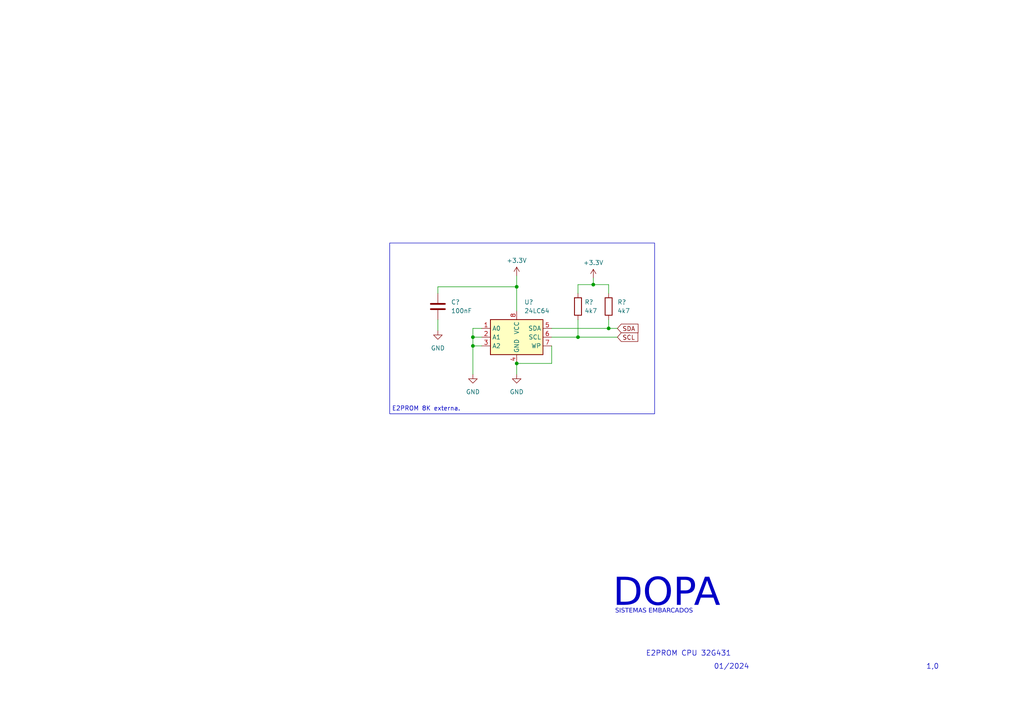
<source format=kicad_sch>
(kicad_sch (version 20230121) (generator eeschema)

  (uuid d943081e-c457-4ec0-aa9a-e986d2a39b29)

  (paper "A4")

  (lib_symbols
    (symbol "Memory_EEPROM:24LC64" (in_bom yes) (on_board yes)
      (property "Reference" "U" (at -6.35 6.35 0)
        (effects (font (size 1.27 1.27)))
      )
      (property "Value" "24LC64" (at 1.27 6.35 0)
        (effects (font (size 1.27 1.27)) (justify left))
      )
      (property "Footprint" "" (at 0 0 0)
        (effects (font (size 1.27 1.27)) hide)
      )
      (property "Datasheet" "http://ww1.microchip.com/downloads/en/DeviceDoc/21189f.pdf" (at 0 0 0)
        (effects (font (size 1.27 1.27)) hide)
      )
      (property "ki_keywords" "I2C Serial EEPROM" (at 0 0 0)
        (effects (font (size 1.27 1.27)) hide)
      )
      (property "ki_description" "I2C Serial EEPROM, 64Kb, DIP-8/SOIC-8/TSSOP-8/DFN-8" (at 0 0 0)
        (effects (font (size 1.27 1.27)) hide)
      )
      (property "ki_fp_filters" "DIP*W7.62mm* SOIC*3.9x4.9mm* TSSOP*4.4x3mm*P0.65mm* DFN*3x2mm*P0.5mm*" (at 0 0 0)
        (effects (font (size 1.27 1.27)) hide)
      )
      (symbol "24LC64_1_1"
        (rectangle (start -7.62 5.08) (end 7.62 -5.08)
          (stroke (width 0.254) (type default))
          (fill (type background))
        )
        (pin input line (at -10.16 2.54 0) (length 2.54)
          (name "A0" (effects (font (size 1.27 1.27))))
          (number "1" (effects (font (size 1.27 1.27))))
        )
        (pin input line (at -10.16 0 0) (length 2.54)
          (name "A1" (effects (font (size 1.27 1.27))))
          (number "2" (effects (font (size 1.27 1.27))))
        )
        (pin input line (at -10.16 -2.54 0) (length 2.54)
          (name "A2" (effects (font (size 1.27 1.27))))
          (number "3" (effects (font (size 1.27 1.27))))
        )
        (pin power_in line (at 0 -7.62 90) (length 2.54)
          (name "GND" (effects (font (size 1.27 1.27))))
          (number "4" (effects (font (size 1.27 1.27))))
        )
        (pin bidirectional line (at 10.16 2.54 180) (length 2.54)
          (name "SDA" (effects (font (size 1.27 1.27))))
          (number "5" (effects (font (size 1.27 1.27))))
        )
        (pin input line (at 10.16 0 180) (length 2.54)
          (name "SCL" (effects (font (size 1.27 1.27))))
          (number "6" (effects (font (size 1.27 1.27))))
        )
        (pin input line (at 10.16 -2.54 180) (length 2.54)
          (name "WP" (effects (font (size 1.27 1.27))))
          (number "7" (effects (font (size 1.27 1.27))))
        )
        (pin power_in line (at 0 7.62 270) (length 2.54)
          (name "VCC" (effects (font (size 1.27 1.27))))
          (number "8" (effects (font (size 1.27 1.27))))
        )
      )
    )
    (symbol "PCM_Capacitor_AKL:C_0805" (pin_numbers hide) (pin_names (offset 0.254)) (in_bom yes) (on_board yes)
      (property "Reference" "C" (at 0.635 2.54 0)
        (effects (font (size 1.27 1.27)) (justify left))
      )
      (property "Value" "C_0805" (at 0.635 -2.54 0)
        (effects (font (size 1.27 1.27)) (justify left))
      )
      (property "Footprint" "Capacitor_SMD_AKL:C_0805_2012Metric" (at 0.9652 -3.81 0)
        (effects (font (size 1.27 1.27)) hide)
      )
      (property "Datasheet" "~" (at 0 0 0)
        (effects (font (size 1.27 1.27)) hide)
      )
      (property "ki_keywords" "cap capacitor ceramic chip mlcc smd 0805" (at 0 0 0)
        (effects (font (size 1.27 1.27)) hide)
      )
      (property "ki_description" "SMD 0805 MLCC capacitor, Alternate KiCad Library" (at 0 0 0)
        (effects (font (size 1.27 1.27)) hide)
      )
      (property "ki_fp_filters" "C_*" (at 0 0 0)
        (effects (font (size 1.27 1.27)) hide)
      )
      (symbol "C_0805_0_1"
        (polyline
          (pts
            (xy -2.032 -0.762)
            (xy 2.032 -0.762)
          )
          (stroke (width 0.508) (type default))
          (fill (type none))
        )
        (polyline
          (pts
            (xy -2.032 0.762)
            (xy 2.032 0.762)
          )
          (stroke (width 0.508) (type default))
          (fill (type none))
        )
      )
      (symbol "C_0805_1_1"
        (pin passive line (at 0 3.81 270) (length 2.794)
          (name "~" (effects (font (size 1.27 1.27))))
          (number "1" (effects (font (size 1.27 1.27))))
        )
        (pin passive line (at 0 -3.81 90) (length 2.794)
          (name "~" (effects (font (size 1.27 1.27))))
          (number "2" (effects (font (size 1.27 1.27))))
        )
      )
    )
    (symbol "PCM_Resistor_AKL:R_0805" (pin_numbers hide) (pin_names (offset 0)) (in_bom yes) (on_board yes)
      (property "Reference" "R" (at 2.54 1.27 0)
        (effects (font (size 1.27 1.27)) (justify left))
      )
      (property "Value" "R_0805" (at 2.54 -1.27 0)
        (effects (font (size 1.27 1.27)) (justify left))
      )
      (property "Footprint" "Resistor_SMD_AKL:R_0805_2012Metric" (at 0 -11.43 0)
        (effects (font (size 1.27 1.27)) hide)
      )
      (property "Datasheet" "~" (at 0 0 0)
        (effects (font (size 1.27 1.27)) hide)
      )
      (property "ki_keywords" "R res resistor eu  smd 0805" (at 0 0 0)
        (effects (font (size 1.27 1.27)) hide)
      )
      (property "ki_description" "SMD 0805 Chip Resistor, European Symbol, Alternate KiCad Library" (at 0 0 0)
        (effects (font (size 1.27 1.27)) hide)
      )
      (property "ki_fp_filters" "R_*" (at 0 0 0)
        (effects (font (size 1.27 1.27)) hide)
      )
      (symbol "R_0805_0_1"
        (rectangle (start -1.016 -2.54) (end 1.016 2.54)
          (stroke (width 0.254) (type default))
          (fill (type none))
        )
      )
      (symbol "R_0805_1_1"
        (pin passive line (at 0 3.81 270) (length 1.27)
          (name "~" (effects (font (size 1.27 1.27))))
          (number "1" (effects (font (size 1.27 1.27))))
        )
        (pin passive line (at 0 -3.81 90) (length 1.27)
          (name "~" (effects (font (size 1.27 1.27))))
          (number "2" (effects (font (size 1.27 1.27))))
        )
      )
    )
    (symbol "power:+3.3V" (power) (pin_names (offset 0)) (in_bom yes) (on_board yes)
      (property "Reference" "#PWR" (at 0 -3.81 0)
        (effects (font (size 1.27 1.27)) hide)
      )
      (property "Value" "+3.3V" (at 0 3.556 0)
        (effects (font (size 1.27 1.27)))
      )
      (property "Footprint" "" (at 0 0 0)
        (effects (font (size 1.27 1.27)) hide)
      )
      (property "Datasheet" "" (at 0 0 0)
        (effects (font (size 1.27 1.27)) hide)
      )
      (property "ki_keywords" "global power" (at 0 0 0)
        (effects (font (size 1.27 1.27)) hide)
      )
      (property "ki_description" "Power symbol creates a global label with name \"+3.3V\"" (at 0 0 0)
        (effects (font (size 1.27 1.27)) hide)
      )
      (symbol "+3.3V_0_1"
        (polyline
          (pts
            (xy -0.762 1.27)
            (xy 0 2.54)
          )
          (stroke (width 0) (type default))
          (fill (type none))
        )
        (polyline
          (pts
            (xy 0 0)
            (xy 0 2.54)
          )
          (stroke (width 0) (type default))
          (fill (type none))
        )
        (polyline
          (pts
            (xy 0 2.54)
            (xy 0.762 1.27)
          )
          (stroke (width 0) (type default))
          (fill (type none))
        )
      )
      (symbol "+3.3V_1_1"
        (pin power_in line (at 0 0 90) (length 0) hide
          (name "+3.3V" (effects (font (size 1.27 1.27))))
          (number "1" (effects (font (size 1.27 1.27))))
        )
      )
    )
    (symbol "power:GND" (power) (pin_names (offset 0)) (in_bom yes) (on_board yes)
      (property "Reference" "#PWR" (at 0 -6.35 0)
        (effects (font (size 1.27 1.27)) hide)
      )
      (property "Value" "GND" (at 0 -3.81 0)
        (effects (font (size 1.27 1.27)))
      )
      (property "Footprint" "" (at 0 0 0)
        (effects (font (size 1.27 1.27)) hide)
      )
      (property "Datasheet" "" (at 0 0 0)
        (effects (font (size 1.27 1.27)) hide)
      )
      (property "ki_keywords" "global power" (at 0 0 0)
        (effects (font (size 1.27 1.27)) hide)
      )
      (property "ki_description" "Power symbol creates a global label with name \"GND\" , ground" (at 0 0 0)
        (effects (font (size 1.27 1.27)) hide)
      )
      (symbol "GND_0_1"
        (polyline
          (pts
            (xy 0 0)
            (xy 0 -1.27)
            (xy 1.27 -1.27)
            (xy 0 -2.54)
            (xy -1.27 -1.27)
            (xy 0 -1.27)
          )
          (stroke (width 0) (type default))
          (fill (type none))
        )
      )
      (symbol "GND_1_1"
        (pin power_in line (at 0 0 270) (length 0) hide
          (name "GND" (effects (font (size 1.27 1.27))))
          (number "1" (effects (font (size 1.27 1.27))))
        )
      )
    )
  )

  (junction (at 176.53 95.25) (diameter 0) (color 0 0 0 0)
    (uuid 01073fdd-ed7c-417c-9a54-91d233700f1c)
  )
  (junction (at 137.16 100.33) (diameter 0) (color 0 0 0 0)
    (uuid 0503ce66-a041-45b2-92cc-fd66c778a0f7)
  )
  (junction (at 172.085 82.55) (diameter 0) (color 0 0 0 0)
    (uuid 09c3225a-7ab3-42b6-980b-a71628d70a4a)
  )
  (junction (at 167.64 97.79) (diameter 0) (color 0 0 0 0)
    (uuid 31584742-d293-42b4-bd96-09b4ce524452)
  )
  (junction (at 149.86 105.41) (diameter 0) (color 0 0 0 0)
    (uuid 4aeb6176-36f2-4eb9-8f0c-01e059bcc669)
  )
  (junction (at 149.86 83.185) (diameter 0) (color 0 0 0 0)
    (uuid 7997c51a-f36b-4264-ae30-cd8e8d44628b)
  )
  (junction (at 137.16 97.79) (diameter 0) (color 0 0 0 0)
    (uuid b770b863-6923-43a7-aa50-07b253f28452)
  )

  (wire (pts (xy 160.02 100.33) (xy 160.02 105.41))
    (stroke (width 0) (type default))
    (uuid 0b268935-37be-406f-b35b-32ecf2ee670e)
  )
  (wire (pts (xy 139.7 95.25) (xy 137.16 95.25))
    (stroke (width 0) (type default))
    (uuid 0e693a11-dd08-4bba-aafe-edaa7a6fb646)
  )
  (wire (pts (xy 160.02 97.79) (xy 167.64 97.79))
    (stroke (width 0) (type default))
    (uuid 36751cba-9999-4e74-baac-ba335c3287ec)
  )
  (wire (pts (xy 127 83.185) (xy 127 85.09))
    (stroke (width 0) (type default))
    (uuid 3cdb679c-9c91-48fb-b467-354d42600429)
  )
  (wire (pts (xy 167.64 82.55) (xy 167.64 85.09))
    (stroke (width 0) (type default))
    (uuid 48723fa6-5be8-4790-8d69-b89bf06bbf4f)
  )
  (wire (pts (xy 149.86 83.185) (xy 149.86 90.17))
    (stroke (width 0) (type default))
    (uuid 4a98fbc1-318c-42d8-a55b-2b1944ab7b01)
  )
  (wire (pts (xy 137.16 97.79) (xy 139.7 97.79))
    (stroke (width 0) (type default))
    (uuid 4c6d13fe-6021-4a11-a115-42b89657448a)
  )
  (wire (pts (xy 149.86 83.185) (xy 127 83.185))
    (stroke (width 0) (type default))
    (uuid 4e32d55a-518d-4f07-82c9-b9c7a6cb6175)
  )
  (wire (pts (xy 149.86 80.01) (xy 149.86 83.185))
    (stroke (width 0) (type default))
    (uuid 4eb87788-844e-4c0d-b509-fb300450e082)
  )
  (wire (pts (xy 167.64 97.79) (xy 179.07 97.79))
    (stroke (width 0) (type default))
    (uuid 558299fb-a8e5-46c5-9d2b-613bd347985f)
  )
  (wire (pts (xy 167.64 82.55) (xy 172.085 82.55))
    (stroke (width 0) (type default))
    (uuid 58c8ab06-b242-418d-91b7-5241105f76c9)
  )
  (wire (pts (xy 127 92.71) (xy 127 95.885))
    (stroke (width 0) (type default))
    (uuid 69b30c3c-147d-4048-8348-de630d014904)
  )
  (wire (pts (xy 137.16 100.33) (xy 139.7 100.33))
    (stroke (width 0) (type default))
    (uuid 7184c2b2-ab2c-4ac9-8f99-ce454fa6d9fe)
  )
  (wire (pts (xy 137.16 100.33) (xy 137.16 108.585))
    (stroke (width 0) (type default))
    (uuid 74661a44-7923-420a-be0d-cce6a299250c)
  )
  (wire (pts (xy 172.085 80.645) (xy 172.085 82.55))
    (stroke (width 0) (type default))
    (uuid 7f4a5804-c134-42ca-8c92-31df4e94bc29)
  )
  (wire (pts (xy 149.86 105.41) (xy 149.86 108.585))
    (stroke (width 0) (type default))
    (uuid 9ff41b41-048a-4be4-bab3-2470e342589f)
  )
  (wire (pts (xy 176.53 92.71) (xy 176.53 95.25))
    (stroke (width 0) (type default))
    (uuid a12aec12-8774-4af5-b7d1-81d9d8d2f7fc)
  )
  (wire (pts (xy 160.02 95.25) (xy 176.53 95.25))
    (stroke (width 0) (type default))
    (uuid be6c2532-fd6b-4b3b-bee4-7bf78a4d99da)
  )
  (wire (pts (xy 160.02 105.41) (xy 149.86 105.41))
    (stroke (width 0) (type default))
    (uuid cb78e9a4-977e-47eb-bfb6-997fa362436e)
  )
  (wire (pts (xy 167.64 92.71) (xy 167.64 97.79))
    (stroke (width 0) (type default))
    (uuid d9ef920d-5fa5-46dd-a6ef-87685ce29e88)
  )
  (wire (pts (xy 137.16 95.25) (xy 137.16 97.79))
    (stroke (width 0) (type default))
    (uuid dab6214b-665d-478c-8c58-96028620bae1)
  )
  (wire (pts (xy 137.16 97.79) (xy 137.16 100.33))
    (stroke (width 0) (type default))
    (uuid dd58a782-08bc-4aaa-b301-5c2d8a463cf1)
  )
  (wire (pts (xy 172.085 82.55) (xy 176.53 82.55))
    (stroke (width 0) (type default))
    (uuid e3450e16-854e-4ef6-91ca-25c539bd1010)
  )
  (wire (pts (xy 176.53 85.09) (xy 176.53 82.55))
    (stroke (width 0) (type default))
    (uuid e4bd243a-a971-4ae6-b79a-890aafe00e16)
  )
  (wire (pts (xy 176.53 95.25) (xy 179.07 95.25))
    (stroke (width 0) (type default))
    (uuid e4c27365-8a21-43fd-8fc5-69f22185052b)
  )

  (rectangle (start 113.03 70.485) (end 189.865 120.015)
    (stroke (width 0) (type default))
    (fill (type none))
    (uuid 60db1f8b-b6b4-4a78-a22c-bd688413b0ca)
  )

  (text "DOPA" (at 177.8 179.07 0)
    (effects (font (face "Sitka") (size 8 8)) (justify left bottom))
    (uuid 400ba578-e17d-4808-97e0-f5f9d966ecdb)
  )
  (text "E2PROM 8K externa." (at 113.665 119.38 0)
    (effects (font (size 1.27 1.27)) (justify left bottom))
    (uuid 469cd850-2fca-43db-8267-cf1c3a141fd6)
  )
  (text "E2PROM CPU 32G431" (at 187.325 190.5 0)
    (effects (font (size 1.5 1.5)) (justify left bottom))
    (uuid 4a47b4dd-770c-491d-9a8d-c1eed915fdd0)
  )
  (text "1,0" (at 268.605 194.31 0)
    (effects (font (size 1.5 1.5)) (justify left bottom))
    (uuid 4c9ed94a-647b-4116-a6f9-e556227bb96e)
  )
  (text "SISTEMAS EMBARCADOS" (at 178.435 178.435 0)
    (effects (font (face "Sitka") (size 1.3 1.3)) (justify left bottom))
    (uuid 65048581-454c-429d-9501-db7fb89499be)
  )
  (text "01/2024" (at 207.01 194.31 0)
    (effects (font (size 1.5 1.5)) (justify left bottom))
    (uuid 8d2a5191-3e4a-415e-9f8f-51dd3f82c396)
  )

  (global_label "SDA" (shape input) (at 179.07 95.25 0) (fields_autoplaced)
    (effects (font (size 1.27 1.27)) (justify left))
    (uuid 3b19fc84-11d2-492c-bf92-ed398a057f1b)
    (property "Intersheetrefs" "${INTERSHEET_REFS}" (at 185.6233 95.25 0)
      (effects (font (size 1.27 1.27)) (justify left) hide)
    )
  )
  (global_label "SCL" (shape input) (at 179.07 97.79 0) (fields_autoplaced)
    (effects (font (size 1.27 1.27)) (justify left))
    (uuid 7b6be2fe-3553-4f6f-8d86-de7c2ef5f4a1)
    (property "Intersheetrefs" "${INTERSHEET_REFS}" (at 185.5628 97.79 0)
      (effects (font (size 1.27 1.27)) (justify left) hide)
    )
  )

  (symbol (lib_id "power:+3.3V") (at 172.085 80.645 0) (unit 1)
    (in_bom yes) (on_board yes) (dnp no) (fields_autoplaced)
    (uuid 08454291-f7d5-47b6-a7f0-81472a86cfc1)
    (property "Reference" "#PWR?" (at 172.085 84.455 0)
      (effects (font (size 1.27 1.27)) hide)
    )
    (property "Value" "+3.3V" (at 172.085 76.2 0)
      (effects (font (size 1.27 1.27)))
    )
    (property "Footprint" "" (at 172.085 80.645 0)
      (effects (font (size 1.27 1.27)) hide)
    )
    (property "Datasheet" "" (at 172.085 80.645 0)
      (effects (font (size 1.27 1.27)) hide)
    )
    (pin "1" (uuid 59926f84-e699-4343-b52b-052ecda500ff))
    (instances
      (project "CPU Stm32"
        (path "/0882ad57-6d26-4cfc-9dea-dd977232d729"
          (reference "#PWR?") (unit 1)
        )
        (path "/0882ad57-6d26-4cfc-9dea-dd977232d729/0597d64a-05e7-4109-81f0-978aa3e72d76"
          (reference "#PWR?") (unit 1)
        )
      )
      (project "CPU Stm32G431"
        (path "/4e4d72d5-dbdc-4a76-9ce2-f5a97f8267d2/0597d64a-05e7-4109-81f0-978aa3e72d76"
          (reference "#PWR026") (unit 1)
        )
        (path "/4e4d72d5-dbdc-4a76-9ce2-f5a97f8267d2/c276e359-996b-43e7-b0a0-b77cdf843b15"
          (reference "#PWR025") (unit 1)
        )
      )
    )
  )

  (symbol (lib_id "power:GND") (at 149.86 108.585 0) (unit 1)
    (in_bom yes) (on_board yes) (dnp no) (fields_autoplaced)
    (uuid 3b693e9e-0264-4250-aba5-97ecaf725d5a)
    (property "Reference" "#PWR?" (at 149.86 114.935 0)
      (effects (font (size 1.27 1.27)) hide)
    )
    (property "Value" "GND" (at 149.86 113.665 0)
      (effects (font (size 1.27 1.27)))
    )
    (property "Footprint" "" (at 149.86 108.585 0)
      (effects (font (size 1.27 1.27)) hide)
    )
    (property "Datasheet" "" (at 149.86 108.585 0)
      (effects (font (size 1.27 1.27)) hide)
    )
    (pin "1" (uuid de9100a1-d5a4-4cbe-9e51-1027ef6c7aa9))
    (instances
      (project "CPU Stm32"
        (path "/0882ad57-6d26-4cfc-9dea-dd977232d729"
          (reference "#PWR?") (unit 1)
        )
        (path "/0882ad57-6d26-4cfc-9dea-dd977232d729/0597d64a-05e7-4109-81f0-978aa3e72d76"
          (reference "#PWR?") (unit 1)
        )
      )
      (project "CPU Stm32G431"
        (path "/4e4d72d5-dbdc-4a76-9ce2-f5a97f8267d2/0597d64a-05e7-4109-81f0-978aa3e72d76"
          (reference "#PWR024") (unit 1)
        )
      )
    )
  )

  (symbol (lib_id "PCM_Capacitor_AKL:C_0805") (at 127 88.9 180) (unit 1)
    (in_bom yes) (on_board yes) (dnp no) (fields_autoplaced)
    (uuid 40258495-ea03-4714-ae28-17b6f4881dec)
    (property "Reference" "C?" (at 130.81 87.63 0)
      (effects (font (size 1.27 1.27)) (justify right))
    )
    (property "Value" "100nF" (at 130.81 90.17 0)
      (effects (font (size 1.27 1.27)) (justify right))
    )
    (property "Footprint" "Capacitor_SMD:C_0805_2012Metric_Pad1.18x1.45mm_HandSolder" (at 126.0348 85.09 0)
      (effects (font (size 1.27 1.27)) hide)
    )
    (property "Datasheet" "~" (at 127 88.9 0)
      (effects (font (size 1.27 1.27)) hide)
    )
    (pin "1" (uuid cd69f243-1679-4a26-a7da-ff5227873016))
    (pin "2" (uuid 3665d58c-2481-46f7-a977-df59f1cee66e))
    (instances
      (project "CPU Stm32"
        (path "/0882ad57-6d26-4cfc-9dea-dd977232d729"
          (reference "C?") (unit 1)
        )
        (path "/0882ad57-6d26-4cfc-9dea-dd977232d729/0597d64a-05e7-4109-81f0-978aa3e72d76"
          (reference "C?") (unit 1)
        )
      )
      (project "CPU Stm32G431"
        (path "/4e4d72d5-dbdc-4a76-9ce2-f5a97f8267d2/0597d64a-05e7-4109-81f0-978aa3e72d76"
          (reference "C17") (unit 1)
        )
      )
    )
  )

  (symbol (lib_id "power:GND") (at 127 95.885 0) (unit 1)
    (in_bom yes) (on_board yes) (dnp no) (fields_autoplaced)
    (uuid 4ea56d12-c2e8-490d-a5c2-b0d0cdbeed86)
    (property "Reference" "#PWR?" (at 127 102.235 0)
      (effects (font (size 1.27 1.27)) hide)
    )
    (property "Value" "GND" (at 127 100.965 0)
      (effects (font (size 1.27 1.27)))
    )
    (property "Footprint" "" (at 127 95.885 0)
      (effects (font (size 1.27 1.27)) hide)
    )
    (property "Datasheet" "" (at 127 95.885 0)
      (effects (font (size 1.27 1.27)) hide)
    )
    (pin "1" (uuid 18d1c079-5cd0-4a0b-814a-6e8dcf2f63b6))
    (instances
      (project "CPU Stm32"
        (path "/0882ad57-6d26-4cfc-9dea-dd977232d729"
          (reference "#PWR?") (unit 1)
        )
        (path "/0882ad57-6d26-4cfc-9dea-dd977232d729/0597d64a-05e7-4109-81f0-978aa3e72d76"
          (reference "#PWR?") (unit 1)
        )
      )
      (project "CPU Stm32G431"
        (path "/4e4d72d5-dbdc-4a76-9ce2-f5a97f8267d2/0597d64a-05e7-4109-81f0-978aa3e72d76"
          (reference "#PWR021") (unit 1)
        )
      )
    )
  )

  (symbol (lib_id "PCM_Resistor_AKL:R_0805") (at 167.64 88.9 180) (unit 1)
    (in_bom yes) (on_board yes) (dnp no) (fields_autoplaced)
    (uuid 75e10064-a90a-43bc-930f-39da14bc19d7)
    (property "Reference" "R?" (at 169.545 87.63 0)
      (effects (font (size 1.27 1.27)) (justify right))
    )
    (property "Value" "4k7" (at 169.545 90.17 0)
      (effects (font (size 1.27 1.27)) (justify right))
    )
    (property "Footprint" "Resistor_SMD:R_0805_2012Metric_Pad1.20x1.40mm_HandSolder" (at 167.64 77.47 0)
      (effects (font (size 1.27 1.27)) hide)
    )
    (property "Datasheet" "~" (at 167.64 88.9 0)
      (effects (font (size 1.27 1.27)) hide)
    )
    (pin "1" (uuid 3de4274f-c734-493d-bd0f-b1708007b83c))
    (pin "2" (uuid 15e6198c-0331-4b11-b8d3-ba152a3ac8d8))
    (instances
      (project "CPU Stm32"
        (path "/0882ad57-6d26-4cfc-9dea-dd977232d729"
          (reference "R?") (unit 1)
        )
        (path "/0882ad57-6d26-4cfc-9dea-dd977232d729/0597d64a-05e7-4109-81f0-978aa3e72d76"
          (reference "R?") (unit 1)
        )
      )
      (project "CPU Stm32G431"
        (path "/4e4d72d5-dbdc-4a76-9ce2-f5a97f8267d2/0597d64a-05e7-4109-81f0-978aa3e72d76"
          (reference "R6") (unit 1)
        )
        (path "/4e4d72d5-dbdc-4a76-9ce2-f5a97f8267d2/c276e359-996b-43e7-b0a0-b77cdf843b15"
          (reference "R4") (unit 1)
        )
      )
    )
  )

  (symbol (lib_id "power:GND") (at 137.16 108.585 0) (unit 1)
    (in_bom yes) (on_board yes) (dnp no) (fields_autoplaced)
    (uuid 9624218b-14da-4447-ae30-33c1fe1e7d5a)
    (property "Reference" "#PWR?" (at 137.16 114.935 0)
      (effects (font (size 1.27 1.27)) hide)
    )
    (property "Value" "GND" (at 137.16 113.665 0)
      (effects (font (size 1.27 1.27)))
    )
    (property "Footprint" "" (at 137.16 108.585 0)
      (effects (font (size 1.27 1.27)) hide)
    )
    (property "Datasheet" "" (at 137.16 108.585 0)
      (effects (font (size 1.27 1.27)) hide)
    )
    (pin "1" (uuid 49a1f8b5-a748-4e3e-80a6-de63a1aec5da))
    (instances
      (project "CPU Stm32"
        (path "/0882ad57-6d26-4cfc-9dea-dd977232d729"
          (reference "#PWR?") (unit 1)
        )
        (path "/0882ad57-6d26-4cfc-9dea-dd977232d729/0597d64a-05e7-4109-81f0-978aa3e72d76"
          (reference "#PWR?") (unit 1)
        )
      )
      (project "CPU Stm32G431"
        (path "/4e4d72d5-dbdc-4a76-9ce2-f5a97f8267d2/0597d64a-05e7-4109-81f0-978aa3e72d76"
          (reference "#PWR022") (unit 1)
        )
      )
    )
  )

  (symbol (lib_id "PCM_Resistor_AKL:R_0805") (at 176.53 88.9 180) (unit 1)
    (in_bom yes) (on_board yes) (dnp no) (fields_autoplaced)
    (uuid 9ea26d30-fa62-4f3a-9083-8f02c092daa2)
    (property "Reference" "R?" (at 179.07 87.63 0)
      (effects (font (size 1.27 1.27)) (justify right))
    )
    (property "Value" "4k7" (at 179.07 90.17 0)
      (effects (font (size 1.27 1.27)) (justify right))
    )
    (property "Footprint" "Resistor_SMD:R_0805_2012Metric_Pad1.20x1.40mm_HandSolder" (at 176.53 77.47 0)
      (effects (font (size 1.27 1.27)) hide)
    )
    (property "Datasheet" "~" (at 176.53 88.9 0)
      (effects (font (size 1.27 1.27)) hide)
    )
    (pin "1" (uuid 11ecdf83-2068-4e88-828f-3f7ce420b612))
    (pin "2" (uuid f1c86af9-d9ee-465d-a23b-54bca50d2f6c))
    (instances
      (project "CPU Stm32"
        (path "/0882ad57-6d26-4cfc-9dea-dd977232d729"
          (reference "R?") (unit 1)
        )
        (path "/0882ad57-6d26-4cfc-9dea-dd977232d729/0597d64a-05e7-4109-81f0-978aa3e72d76"
          (reference "R?") (unit 1)
        )
      )
      (project "CPU Stm32G431"
        (path "/4e4d72d5-dbdc-4a76-9ce2-f5a97f8267d2/0597d64a-05e7-4109-81f0-978aa3e72d76"
          (reference "R7") (unit 1)
        )
        (path "/4e4d72d5-dbdc-4a76-9ce2-f5a97f8267d2/c276e359-996b-43e7-b0a0-b77cdf843b15"
          (reference "R5") (unit 1)
        )
      )
    )
  )

  (symbol (lib_id "power:+3.3V") (at 149.86 80.01 0) (unit 1)
    (in_bom yes) (on_board yes) (dnp no) (fields_autoplaced)
    (uuid a3785eff-f981-4cbc-9cf3-931f1e651aac)
    (property "Reference" "#PWR?" (at 149.86 83.82 0)
      (effects (font (size 1.27 1.27)) hide)
    )
    (property "Value" "+3.3V" (at 149.86 75.565 0)
      (effects (font (size 1.27 1.27)))
    )
    (property "Footprint" "" (at 149.86 80.01 0)
      (effects (font (size 1.27 1.27)) hide)
    )
    (property "Datasheet" "" (at 149.86 80.01 0)
      (effects (font (size 1.27 1.27)) hide)
    )
    (pin "1" (uuid a99e24b8-28a9-4731-9685-bdbde4d9b417))
    (instances
      (project "CPU Stm32"
        (path "/0882ad57-6d26-4cfc-9dea-dd977232d729"
          (reference "#PWR?") (unit 1)
        )
        (path "/0882ad57-6d26-4cfc-9dea-dd977232d729/0597d64a-05e7-4109-81f0-978aa3e72d76"
          (reference "#PWR?") (unit 1)
        )
      )
      (project "CPU Stm32G431"
        (path "/4e4d72d5-dbdc-4a76-9ce2-f5a97f8267d2/0597d64a-05e7-4109-81f0-978aa3e72d76"
          (reference "#PWR023") (unit 1)
        )
      )
    )
  )

  (symbol (lib_id "Memory_EEPROM:24LC64") (at 149.86 97.79 0) (unit 1)
    (in_bom yes) (on_board yes) (dnp no)
    (uuid a698a165-3ed0-4d05-9332-da2bdaea7b97)
    (property "Reference" "U?" (at 152.0541 87.63 0)
      (effects (font (size 1.27 1.27)) (justify left))
    )
    (property "Value" "24LC64" (at 152.0541 90.17 0)
      (effects (font (size 1.27 1.27)) (justify left))
    )
    (property "Footprint" "Package_SO:SOIC-8_3.9x4.9mm_P1.27mm" (at 149.86 97.79 0)
      (effects (font (size 1.27 1.27)) hide)
    )
    (property "Datasheet" "http://ww1.microchip.com/downloads/en/DeviceDoc/21189f.pdf" (at 149.86 97.79 0)
      (effects (font (size 1.27 1.27)) hide)
    )
    (pin "1" (uuid e39e8070-ca23-43f4-95cb-4914d7ff349e))
    (pin "2" (uuid 84752812-6328-418f-909a-1422d14a183f))
    (pin "3" (uuid 036e568f-3990-44bb-a284-8321650aa6d1))
    (pin "4" (uuid 068cb362-3ebf-4dee-a8f6-9d1943a52d26))
    (pin "5" (uuid 5a387a45-474d-4377-b5bd-abdcf462f298))
    (pin "6" (uuid db41b310-db18-4bcb-abfb-bea311697d19))
    (pin "7" (uuid 3760e2f0-50d7-4b8f-8af9-6bc2b6caf089))
    (pin "8" (uuid 3ecd7af4-1cbd-4be9-a118-7170b6e960ad))
    (instances
      (project "CPU Stm32"
        (path "/0882ad57-6d26-4cfc-9dea-dd977232d729"
          (reference "U?") (unit 1)
        )
        (path "/0882ad57-6d26-4cfc-9dea-dd977232d729/0597d64a-05e7-4109-81f0-978aa3e72d76"
          (reference "U?") (unit 1)
        )
      )
      (project "CPU Stm32G431"
        (path "/4e4d72d5-dbdc-4a76-9ce2-f5a97f8267d2/0597d64a-05e7-4109-81f0-978aa3e72d76"
          (reference "U3") (unit 1)
        )
      )
    )
  )
)

</source>
